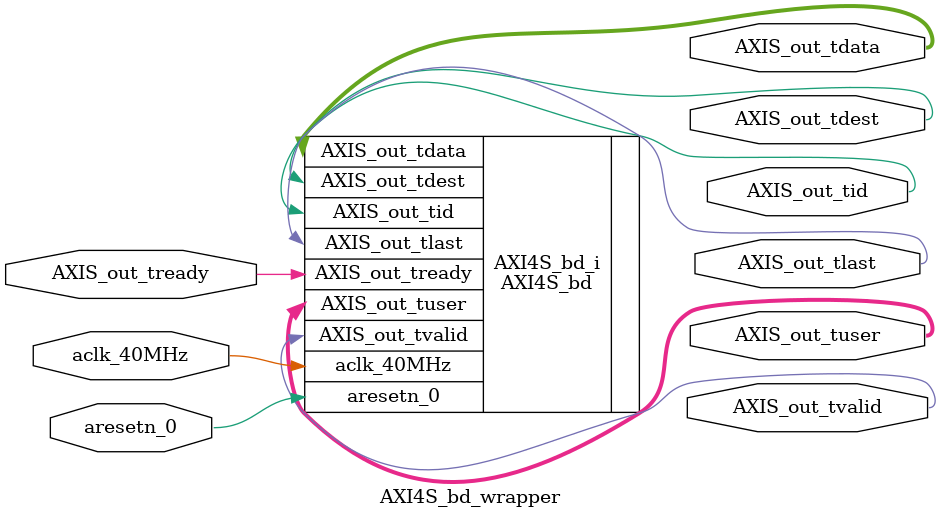
<source format=v>
`timescale 1 ps / 1 ps

module AXI4S_bd_wrapper
   (AXIS_out_tdata,
    AXIS_out_tdest,
    AXIS_out_tid,
    AXIS_out_tlast,
    AXIS_out_tready,
    AXIS_out_tuser,
    AXIS_out_tvalid,
    aclk_40MHz,
    aresetn_0);
  output [23:0]AXIS_out_tdata;
  output [0:0]AXIS_out_tdest;
  output [0:0]AXIS_out_tid;
  output AXIS_out_tlast;
  input AXIS_out_tready;
  output [2:0]AXIS_out_tuser;
  output AXIS_out_tvalid;
  input aclk_40MHz;
  input aresetn_0;

  wire [23:0]AXIS_out_tdata;
  wire [0:0]AXIS_out_tdest;
  wire [0:0]AXIS_out_tid;
  wire AXIS_out_tlast;
  wire AXIS_out_tready;
  wire [2:0]AXIS_out_tuser;
  wire AXIS_out_tvalid;
  wire aclk_40MHz;
  wire aresetn_0;

  AXI4S_bd AXI4S_bd_i
       (.AXIS_out_tdata(AXIS_out_tdata),
        .AXIS_out_tdest(AXIS_out_tdest),
        .AXIS_out_tid(AXIS_out_tid),
        .AXIS_out_tlast(AXIS_out_tlast),
        .AXIS_out_tready(AXIS_out_tready),
        .AXIS_out_tuser(AXIS_out_tuser),
        .AXIS_out_tvalid(AXIS_out_tvalid),
        .aclk_40MHz(aclk_40MHz),
        .aresetn_0(aresetn_0));
endmodule

</source>
